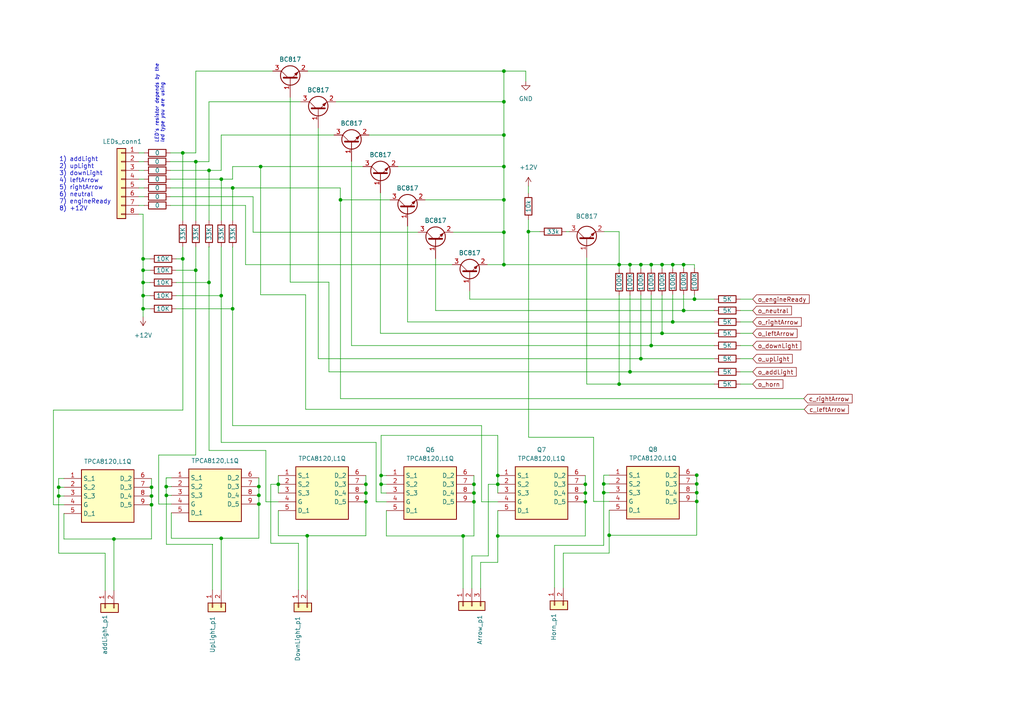
<source format=kicad_sch>
(kicad_sch (version 20230121) (generator eeschema)
  (paper "A4")
  (lib_symbols
    (symbol "Connector_Generic:Conn_01x02" (pin_names (offset 1.016) hide)
      (property "Reference" "J" (at 0 2.54 0))
      (property "Value" "Conn_01x02" (at 0 -5.08 0))
      (symbol "Conn_01x02_1_1"
        (rectangle (start -1.27 -2.413) (end 0 -2.667) (stroke (width 0.1524)))
        (rectangle (start -1.27 0.127) (end 0 -0.127) (stroke (width 0.1524)))
        (rectangle (start -1.27 1.27) (end 1.27 -3.81) (stroke (width 0.254)) (fill (type background)))
        (pin passive line (at -5.08 0 0) (length 3.81) (name "Pin_1") (number "1"))
        (pin passive line (at -5.08 -2.54 0) (length 3.81) (name "Pin_2") (number "2"))
      )
    )
    (symbol "Connector_Generic:Conn_01x03" (pin_names (offset 1.016) hide)
      (property "Reference" "J" (at 0 5.08 0))
      (property "Value" "Conn_01x03" (at 0 -5.08 0))
      (symbol "Conn_01x03_1_1"
        (rectangle (start -1.27 -2.413) (end 0 -2.667) (stroke (width 0.1524)))
        (rectangle (start -1.27 0.127) (end 0 -0.127) (stroke (width 0.1524)))
        (rectangle (start -1.27 2.667) (end 0 2.413) (stroke (width 0.1524)))
        (rectangle (start -1.27 3.81) (end 1.27 -3.81) (stroke (width 0.254)) (fill (type background)))
        (pin passive line (at -5.08 2.54 0) (length 3.81) (name "Pin_1") (number "1"))
        (pin passive line (at -5.08 0 0) (length 3.81) (name "Pin_2") (number "2"))
        (pin passive line (at -5.08 -2.54 0) (length 3.81) (name "Pin_3") (number "3"))
      )
    )
    (symbol "Connector_Generic:Conn_01x08" (pin_names (offset 1.016) hide)
      (property "Reference" "J" (at 0 10.16 0))
      (property "Value" "Conn_01x08" (at 0 -12.7 0))
      (symbol "Conn_01x08_1_1"
        (rectangle (start -1.27 -10.033) (end 0 -10.287) (stroke (width 0.1524)))
        (rectangle (start -1.27 -7.493) (end 0 -7.747) (stroke (width 0.1524)))
        (rectangle (start -1.27 -4.953) (end 0 -5.207) (stroke (width 0.1524)))
        (rectangle (start -1.27 -2.413) (end 0 -2.667) (stroke (width 0.1524)))
        (rectangle (start -1.27 0.127) (end 0 -0.127) (stroke (width 0.1524)))
        (rectangle (start -1.27 2.667) (end 0 2.413) (stroke (width 0.1524)))
        (rectangle (start -1.27 5.207) (end 0 4.953) (stroke (width 0.1524)))
        (rectangle (start -1.27 7.747) (end 0 7.493) (stroke (width 0.1524)))
        (rectangle (start -1.27 8.89) (end 1.27 -11.43) (stroke (width 0.254)) (fill (type background)))
        (pin passive line (at -5.08 7.62 0) (length 3.81) (name "Pin_1") (number "1"))
        (pin passive line (at -5.08 5.08 0) (length 3.81) (name "Pin_2") (number "2"))
        (pin passive line (at -5.08 2.54 0) (length 3.81) (name "Pin_3") (number "3"))
        (pin passive line (at -5.08 0 0) (length 3.81) (name "Pin_4") (number "4"))
        (pin passive line (at -5.08 -2.54 0) (length 3.81) (name "Pin_5") (number "5"))
        (pin passive line (at -5.08 -5.08 0) (length 3.81) (name "Pin_6") (number "6"))
        (pin passive line (at -5.08 -7.62 0) (length 3.81) (name "Pin_7") (number "7"))
        (pin passive line (at -5.08 -10.16 0) (length 3.81) (name "Pin_8") (number "8"))
      )
    )
    (symbol "Device:R" (pin_numbers hide) (pin_names (offset 0))
      (property "Reference" "R" (at 2.032 0 90))
      (property "Value" "R" (at 0 0 90))
      (symbol "R_0_1"
        (rectangle (start -1.016 -2.54) (end 1.016 2.54) (stroke (width 0.254)))
      )
      (symbol "R_1_1"
        (pin passive line (at 0 3.81 270) (length 1.27) (name "~") (number "1"))
        (pin passive line (at 0 -3.81 90) (length 1.27) (name "~") (number "2"))
      )
    )
    (symbol "TPCA8120-LQ:TPCA8120,L1Q"
      (property "Reference" "Q" (at 21.59 7.62 0))
      (property "Value" "TPCA8120,L1Q" (at 21.59 5.08 0))
      (symbol "TPCA8120,L1Q_1_1"
        (rectangle (start 5.08 2.54) (end 20.32 -12.7) (stroke (width 0.254)) (fill (type background)))
        (pin passive line (at 0 0 0) (length 5.08) (name "S_1") (number "1"))
        (pin passive line (at 0 -2.54 0) (length 5.08) (name "S_2") (number "2"))
        (pin passive line (at 0 -5.08 0) (length 5.08) (name "S_3") (number "3"))
        (pin passive line (at 0 -7.62 0) (length 5.08) (name "G") (number "4"))
        (pin passive line (at 0 -10.16 0) (length 5.08) (name "D_1") (number "5"))
        (pin passive line (at 25.4 0 180) (length 5.08) (name "D_2") (number "6"))
        (pin passive line (at 25.4 -2.54 180) (length 5.08) (name "D_3") (number "7"))
        (pin passive line (at 25.4 -5.08 180) (length 5.08) (name "D_4") (number "8"))
        (pin passive line (at 25.4 -7.62 180) (length 5.08) (name "D_5") (number "9"))
      )
    )
    (symbol "Transistor_BJT:BC817" (pin_names (offset 0) hide)
      (property "Reference" "Q" (at 5.08 1.905 0))
      (property "Value" "BC817" (at 5.08 0 0))
      (symbol "BC817_0_1"
        (polyline (pts (xy 0.635 0.635) (xy 2.54 2.54)))
        (polyline (pts (xy 0.635 -0.635) (xy 2.54 -2.54) (xy 2.54 -2.54)))
        (polyline (pts (xy 0.635 1.905) (xy 0.635 -1.905) (xy 0.635 -1.905)) (stroke (width 0.508)))
        (polyline (pts (xy 1.27 -1.778) (xy 1.778 -1.27) (xy 2.286 -2.286) (xy 1.27 -1.778) (xy 1.27 -1.778)) (fill (type outline)))
        (circle (center 1.27 0) (radius 2.8194) (stroke (width 0.254)))
      )
      (symbol "BC817_1_1"
        (pin input line (at -5.08 0 0) (length 5.715) (name "B") (number "1"))
        (pin passive line (at 2.54 -5.08 90) (length 2.54) (name "E") (number "2"))
        (pin passive line (at 2.54 5.08 270) (length 2.54) (name "C") (number "3"))
      )
    )
    (symbol "power:+12V" (power) (pin_names (offset 0))
      (property "Value" "+12V" (at 0 3.556 0))
      (symbol "+12V_0_1"
        (polyline (pts (xy -0.762 1.27) (xy 0 2.54)))
        (polyline (pts (xy 0 0) (xy 0 2.54)))
        (polyline (pts (xy 0 2.54) (xy 0.762 1.27)))
      )
      (symbol "+12V_1_1"
        (pin power_in line (at 0 0 90) (length 0) hide (name "+12V") (number "1"))
      )
    )
    (symbol "power:GND" (power) (pin_names (offset 0))
      (property "Value" "GND" (at 0 -3.81 0))
      (symbol "GND_0_1"
        (polyline (pts (xy 0 0) (xy 0 -1.27) (xy 1.27 -1.27) (xy 0 -2.54) (xy -1.27 -1.27) (xy 0 -1.27)))
      )
      (symbol "GND_1_1"
        (pin power_in line (at 0 0 270) (length 0) hide (name "GND") (number "1"))
      )
    )
  )
  (junction (at 146.1516 76.7588))
  (junction (at 41.5036 81.9404))
  (junction (at 75.0824 141.1224))
  (junction (at 146.1516 48.3108))
  (junction (at 48.2092 141.1478))
  (junction (at 110.5408 137.922))
  (junction (at 198.2724 90.0684))
  (junction (at 75.5904 48.3108))
  (junction (at 188.8744 100.2284))
  (junction (at 67.4878 54.5084))
  (junction (at 89.1032 155.3972))
  (junction (at 43.942 143.8656))
  (junction (at 53.0098 44.3484))
  (junction (at 137.4648 145.542))
  (junction (at 198.2724 76.7588))
  (junction (at 17.018 143.8656))
  (junction (at 195.1228 76.7588))
  (junction (at 48.26 143.6878))
  (junction (at 144.3736 140.462))
  (junction (at 176.6824 155.2448))
  (junction (at 146.1516 67.3608))
  (junction (at 137.4648 140.462))
  (junction (at 146.1516 57.9628))
  (junction (at 192.024 96.6724))
  (junction (at 202.0824 145.4404))
  (junction (at 202.0824 142.9004))
  (junction (at 175.1076 140.3604))
  (junction (at 202.0824 137.8204))
  (junction (at 64.1604 85.7504))
  (junction (at 182.7276 76.7588))
  (junction (at 75.0824 143.6624))
  (junction (at 169.7736 145.542))
  (junction (at 33.0454 156.337))
  (junction (at 64.1604 156.1338))
  (junction (at 169.7736 140.462))
  (junction (at 41.5036 78.3844))
  (junction (at 146.1516 39.1668))
  (junction (at 75.0824 146.2024))
  (junction (at 106.1212 145.542))
  (junction (at 60.6044 81.915))
  (junction (at 144.3736 137.922))
  (junction (at 201.422 86.7664))
  (junction (at 64.1858 51.9684))
  (junction (at 41.5036 75.0824))
  (junction (at 60.6298 49.4284))
  (junction (at 202.0824 140.3604))
  (junction (at 195.1228 93.3704))
  (junction (at 134.3152 155.448))
  (junction (at 153.2636 67.183))
  (junction (at 146.1516 20.6248))
  (junction (at 43.942 141.3256))
  (junction (at 17.018 141.3256))
  (junction (at 106.1212 140.462))
  (junction (at 98.7552 57.9628))
  (junction (at 179.578 111.4044))
  (junction (at 67.4624 89.5604))
  (junction (at 137.4648 143.002))
  (junction (at 182.7276 107.8484))
  (junction (at 41.5036 85.7504))
  (junction (at 56.7944 46.8884))
  (junction (at 175.1076 142.9004))
  (junction (at 106.1212 143.002))
  (junction (at 185.8772 104.0384))
  (junction (at 43.942 146.4056))
  (junction (at 53.0098 75.0824))
  (junction (at 41.5036 89.5604))
  (junction (at 80.7212 140.462))
  (junction (at 192.024 76.7588))
  (junction (at 188.8744 76.7588))
  (junction (at 146.1516 29.5148))
  (junction (at 56.769 78.3844))
  (junction (at 144.3736 155.448))
  (junction (at 169.7736 143.002))
  (junction (at 185.8772 76.7588))
  (junction (at 110.5408 140.462))
  (junction (at 179.578 76.7588))
  (wire (pts (xy 144.3228 155.448) (xy 144.3736 155.448)))
  (wire (pts (xy 60.6044 46.8884) (xy 60.6044 29.5148)))
  (wire (pts (xy 97.3836 29.5148) (xy 146.1516 29.5148)))
  (wire (pts (xy 56.7944 46.8884) (xy 60.6044 46.8884)))
  (wire (pts (xy 146.1516 67.3608) (xy 146.1516 76.7588)))
  (wire (pts (xy 110.5154 137.922) (xy 110.5154 140.462)))
  (wire (pts (xy 40.2844 59.5884) (xy 41.8084 59.5884)))
  (wire (pts (xy 153.2636 63.6524) (xy 153.2636 67.183)))
  (wire (pts (xy 89.1032 155.3972) (xy 89.1032 171.0944)))
  (wire (pts (xy 110.5408 126.2888) (xy 144.3736 126.2888)))
  (wire (pts (xy 60.6298 49.4284) (xy 60.6298 63.9826)))
  (wire (pts (xy 43.942 143.8656) (xy 43.942 146.4056)))
  (wire (pts (xy 75.0824 156.1084) (xy 75.0824 146.2024)))
  (wire (pts (xy 60.6298 49.4284) (xy 64.1604 49.4284)))
  (wire (pts (xy 40.2844 54.5084) (xy 41.8084 54.5084)))
  (wire (pts (xy 131.4196 67.3608) (xy 146.1516 67.3608)))
  (wire (pts (xy 175.1076 137.8204) (xy 176.6824 137.8204)))
  (wire (pts (xy 182.7276 76.7588) (xy 182.7276 77.978)))
  (wire (pts (xy 75.0824 138.5824) (xy 75.0824 141.1224)))
  (wire (pts (xy 214.757 104.0384) (xy 218.313 104.0384)))
  (wire (pts (xy 41.5036 89.5604) (xy 41.5036 91.9226)))
  (wire (pts (xy 198.2724 76.7588) (xy 195.1228 76.7588)))
  (wire (pts (xy 144.3228 155.3972) (xy 144.3228 155.448)))
  (wire (pts (xy 144.3736 155.448) (xy 169.7736 155.448)))
  (wire (pts (xy 170.18 111.4044) (xy 179.578 111.4044)))
  (wire (pts (xy 40.2844 44.3484) (xy 41.8084 44.3484)))
  (wire (pts (xy 110.5408 137.922) (xy 112.0648 137.922)))
  (wire (pts (xy 98.7044 54.5084) (xy 98.7044 57.9628)))
  (wire (pts (xy 67.4878 54.5084) (xy 98.7044 54.5084)))
  (wire (pts (xy 48.2092 141.1478) (xy 49.6824 141.1478)))
  (wire (pts (xy 95.4024 81.8388) (xy 95.4024 107.8484)))
  (wire (pts (xy 71.2216 59.5884) (xy 71.2216 76.7588)))
  (wire (pts (xy 48.1838 141.1478) (xy 48.2092 141.1478)))
  (wire (pts (xy 60.6298 71.6026) (xy 60.6298 71.6534)))
  (wire (pts (xy 176.6824 160.4264) (xy 163.3728 160.4264)))
  (wire (pts (xy 118.2116 93.3704) (xy 118.2116 65.5828)))
  (wire (pts (xy 192.024 96.6724) (xy 110.3376 96.6724)))
  (wire (pts (xy 146.1516 39.1668) (xy 146.1516 48.3108)))
  (wire (pts (xy 46.0248 131.9784) (xy 46.0248 146.2024)))
  (wire (pts (xy 88.646 85.4964) (xy 75.5904 85.4964)))
  (wire (pts (xy 153.3144 67.2084) (xy 153.3144 126.8222)))
  (wire (pts (xy 144.3736 163.1188) (xy 144.3736 155.448)))
  (wire (pts (xy 64.1858 71.6788) (xy 64.1604 71.6788)))
  (wire (pts (xy 51.1048 85.7504) (xy 64.1604 85.7504)))
  (wire (pts (xy 201.422 85.4456) (xy 201.422 86.7664)))
  (wire (pts (xy 214.757 93.3704) (xy 218.313 93.3704)))
  (wire (pts (xy 137.4648 145.542) (xy 137.4648 155.448)))
  (wire (pts (xy 80.7212 155.3972) (xy 89.1032 155.3972)))
  (wire (pts (xy 175.1076 140.3604) (xy 176.6824 140.3604)))
  (wire (pts (xy 106.1212 145.542) (xy 106.1212 155.3972)))
  (wire (pts (xy 41.5036 85.7504) (xy 41.5036 89.5604)))
  (wire (pts (xy 40.2844 62.1284) (xy 41.5036 62.1284)))
  (wire (pts (xy 48.26 143.6878) (xy 48.2092 143.6878)))
  (wire (pts (xy 195.1228 93.3704) (xy 207.137 93.3704)))
  (wire (pts (xy 202.0824 155.2448) (xy 202.0824 145.4404)))
  (wire (pts (xy 146.1516 57.9628) (xy 146.1516 67.3608)))
  (wire (pts (xy 49.4284 49.4284) (xy 60.6298 49.4284)))
  (wire (pts (xy 198.2724 90.0684) (xy 126.3396 90.0684)))
  (wire (pts (xy 172.1612 145.4404) (xy 176.6824 145.4404)))
  (wire (pts (xy 64.1604 128.3208) (xy 109.093 128.3208)))
  (wire (pts (xy 49.6824 143.6878) (xy 49.6824 143.6624)))
  (wire (pts (xy 51.1048 78.3844) (xy 56.769 78.3844)))
  (wire (pts (xy 17.018 143.8656) (xy 18.542 143.8656)))
  (wire (pts (xy 131.1656 76.7588) (xy 71.2216 76.7588)))
  (wire (pts (xy 146.1516 76.7588) (xy 179.578 76.7588)))
  (wire (pts (xy 179.578 76.7588) (xy 182.7276 76.7588)))
  (wire (pts (xy 67.4624 123.444) (xy 139.6746 123.444)))
  (wire (pts (xy 106.1212 137.922) (xy 106.1212 140.462)))
  (wire (pts (xy 201.422 86.7664) (xy 207.137 86.7664)))
  (wire (pts (xy 182.7276 107.8484) (xy 207.137 107.8484)))
  (wire (pts (xy 64.1604 39.1668) (xy 96.8756 39.1668)))
  (wire (pts (xy 153.2636 67.2084) (xy 153.2636 67.183)))
  (wire (pts (xy 16.9926 138.7856) (xy 18.542 138.7856)))
  (wire (pts (xy 30.5054 160.4518) (xy 30.5054 171.2722)))
  (wire (pts (xy 49.4284 54.5084) (xy 67.4878 54.5084)))
  (wire (pts (xy 153.3144 126.8222) (xy 172.1612 126.8222)))
  (wire (pts (xy 64.1858 71.6026) (xy 64.1858 71.6788)))
  (wire (pts (xy 144.3736 140.462) (xy 141.6304 140.462)))
  (wire (pts (xy 53.0098 44.3484) (xy 53.0098 63.9826)))
  (wire (pts (xy 61.6712 157.8864) (xy 61.6712 157.9372)))
  (wire (pts (xy 61.6712 157.9372) (xy 61.6204 157.9372)))
  (wire (pts (xy 80.7212 140.462) (xy 80.7212 143.002)))
  (wire (pts (xy 60.6044 71.6534) (xy 60.6044 81.915)))
  (wire (pts (xy 126.3396 74.9808) (xy 126.3396 90.0684)))
  (wire (pts (xy 16.9926 138.7856) (xy 16.9926 141.3256)))
  (wire (pts (xy 164.211 67.183) (xy 165.1 67.183)))
  (wire (pts (xy 41.5036 81.9404) (xy 41.5036 85.7504)))
  (wire (pts (xy 80.7212 140.462) (xy 78.5368 140.462)))
  (wire (pts (xy 201.422 86.7664) (xy 136.2456 86.7664)))
  (wire (pts (xy 17.018 143.8656) (xy 17.018 160.4518)))
  (wire (pts (xy 172.1612 126.8222) (xy 172.1612 145.4404)))
  (wire (pts (xy 188.8744 85.598) (xy 188.8744 100.2284)))
  (wire (pts (xy 139.3952 170.688) (xy 139.3952 163.1188)))
  (wire (pts (xy 144.3736 126.2888) (xy 144.3736 137.922)))
  (wire (pts (xy 48.26 157.8864) (xy 61.6712 157.8864)))
  (wire (pts (xy 198.2724 85.4456) (xy 198.2724 90.0684)))
  (wire (pts (xy 146.1516 20.6248) (xy 152.5016 20.6248)))
  (wire (pts (xy 201.422 76.7588) (xy 198.2724 76.7588)))
  (wire (pts (xy 144.3228 155.3972) (xy 144.3736 155.3972)))
  (wire (pts (xy 18.542 148.9456) (xy 18.542 156.337)))
  (wire (pts (xy 77.1144 145.5166) (xy 77.1652 145.5166)))
  (wire (pts (xy 92.3036 104.0384) (xy 92.3036 37.1348)))
  (wire (pts (xy 64.1604 49.4284) (xy 64.1604 39.1668)))
  (wire (pts (xy 64.1604 156.1338) (xy 64.1604 171.0944)))
  (wire (pts (xy 49.4284 51.9684) (xy 64.1858 51.9684)))
  (wire (pts (xy 53.0352 118.9482) (xy 15.494 118.9482)))
  (wire (pts (xy 80.7212 137.922) (xy 80.7212 140.462)))
  (wire (pts (xy 18.542 156.337) (xy 33.0454 156.337)))
  (wire (pts (xy 176.6824 155.2448) (xy 202.0824 155.2448)))
  (wire (pts (xy 73.406 67.3608) (xy 121.2596 67.3608)))
  (wire (pts (xy 192.024 96.6724) (xy 207.137 96.6724)))
  (wire (pts (xy 139.6746 145.542) (xy 139.6746 123.444)))
  (wire (pts (xy 192.024 76.7588) (xy 188.8744 76.7588)))
  (wire (pts (xy 80.7212 155.3972) (xy 80.7212 148.082)))
  (wire (pts (xy 202.0824 137.7696) (xy 202.0824 137.8204)))
  (wire (pts (xy 144.3736 137.922) (xy 144.3736 140.462)))
  (wire (pts (xy 153.2636 53.975) (xy 153.2636 56.0324)))
  (wire (pts (xy 109.093 128.3208) (xy 109.093 145.542)))
  (wire (pts (xy 110.5408 143.002) (xy 112.0648 143.002)))
  (wire (pts (xy 202.0824 137.8204) (xy 202.0824 140.3604)))
  (wire (pts (xy 214.757 107.8484) (xy 218.313 107.8484)))
  (wire (pts (xy 88.646 118.7196) (xy 233.2482 118.7196)))
  (wire (pts (xy 46.0248 146.2024) (xy 49.6824 146.2024)))
  (wire (pts (xy 77.1652 145.542) (xy 80.7212 145.542)))
  (wire (pts (xy 185.8772 104.0384) (xy 207.137 104.0384)))
  (wire (pts (xy 41.5036 85.7504) (xy 43.4848 85.7504)))
  (wire (pts (xy 89.2556 20.6248) (xy 146.1516 20.6248)))
  (wire (pts (xy 146.1516 48.3108) (xy 146.1516 57.9628)))
  (wire (pts (xy 64.1858 156.1084) (xy 75.0824 156.1084)))
  (wire (pts (xy 41.5036 89.5604) (xy 43.4848 89.5604)))
  (wire (pts (xy 110.5154 137.922) (xy 110.5408 137.922)))
  (wire (pts (xy 40.2844 46.8884) (xy 41.7576 46.8884)))
  (wire (pts (xy 175.1076 137.8204) (xy 175.1076 140.3604)))
  (wire (pts (xy 56.769 131.9784) (xy 46.0248 131.9784)))
  (wire (pts (xy 17.018 141.3256) (xy 18.542 141.3256)))
  (wire (pts (xy 77.1144 130.6576) (xy 77.1144 145.5166)))
  (wire (pts (xy 169.7736 155.448) (xy 169.7736 145.542)))
  (wire (pts (xy 185.8772 76.7588) (xy 185.8772 77.978)))
  (wire (pts (xy 115.4176 48.3108) (xy 146.1516 48.3108)))
  (wire (pts (xy 17.018 160.4518) (xy 30.5054 160.4518)))
  (wire (pts (xy 179.578 111.4044) (xy 207.137 111.4044)))
  (wire (pts (xy 214.757 86.7664) (xy 218.313 86.7664)))
  (wire (pts (xy 198.2724 76.7588) (xy 198.2724 77.8256)))
  (wire (pts (xy 202.0824 140.3604) (xy 202.0824 142.9004)))
  (wire (pts (xy 163.3728 160.4264) (xy 163.3728 170.4848)))
  (wire (pts (xy 112.0648 155.448) (xy 134.3152 155.448)))
  (wire (pts (xy 67.4624 89.5604) (xy 67.4624 123.444)))
  (wire (pts (xy 75.0824 143.6624) (xy 75.0824 146.2024)))
  (wire (pts (xy 195.1228 76.7588) (xy 195.1228 77.8764)))
  (wire (pts (xy 60.6298 71.6534) (xy 60.6044 71.6534)))
  (wire (pts (xy 64.1604 71.6788) (xy 64.1604 85.7504)))
  (wire (pts (xy 43.942 141.3256) (xy 43.942 143.8656)))
  (wire (pts (xy 77.1652 145.5166) (xy 77.1652 145.542)))
  (wire (pts (xy 41.5036 75.0824) (xy 41.5036 78.3844)))
  (wire (pts (xy 153.2636 67.183) (xy 156.591 67.183)))
  (wire (pts (xy 56.7944 20.6248) (xy 79.0956 20.6248)))
  (wire (pts (xy 49.6824 148.7424) (xy 49.6824 156.1338)))
  (wire (pts (xy 176.6824 155.2448) (xy 176.6824 147.9804)))
  (wire (pts (xy 195.1228 93.3704) (xy 118.2116 93.3704)))
  (wire (pts (xy 48.26 143.6878) (xy 48.26 157.8864)))
  (wire (pts (xy 75.5904 48.3108) (xy 105.2576 48.3108)))
  (wire (pts (xy 98.7552 57.9628) (xy 98.7044 57.9628)))
  (wire (pts (xy 106.1212 143.002) (xy 106.1212 145.542)))
  (wire (pts (xy 137.4648 143.002) (xy 137.4648 145.542)))
  (wire (pts (xy 141.6304 161.2392) (xy 136.8552 161.2392)))
  (wire (pts (xy 56.7944 46.8884) (xy 56.7944 64.008)))
  (wire (pts (xy 214.757 90.0684) (xy 218.313 90.0684)))
  (wire (pts (xy 139.3952 163.1188) (xy 144.3736 163.1188)))
  (wire (pts (xy 144.3736 145.542) (xy 139.6746 145.542)))
  (wire (pts (xy 56.7944 44.3484) (xy 56.7944 20.6248)))
  (wire (pts (xy 64.1858 156.1338) (xy 64.1858 156.1084)))
  (wire (pts (xy 43.942 156.3116) (xy 43.942 146.4056)))
  (wire (pts (xy 60.6044 81.915) (xy 60.6044 81.9404)))
  (wire (pts (xy 15.494 146.4056) (xy 18.542 146.4056)))
  (wire (pts (xy 175.26 67.183) (xy 179.578 67.183)))
  (wire (pts (xy 67.4878 71.6026) (xy 67.4878 71.7042)))
  (wire (pts (xy 141.3256 76.7588) (xy 146.1516 76.7588)))
  (wire (pts (xy 134.3152 155.448) (xy 137.4648 155.448)))
  (wire (pts (xy 60.6044 29.5148) (xy 87.2236 29.5148)))
  (wire (pts (xy 33.0454 156.3116) (xy 43.942 156.3116)))
  (wire (pts (xy 61.6204 157.9372) (xy 61.6204 171.0944)))
  (wire (pts (xy 41.5036 81.9404) (xy 43.4848 81.9404)))
  (wire (pts (xy 56.769 78.3844) (xy 56.769 131.9784)))
  (wire (pts (xy 78.5368 140.462) (xy 78.5368 157.5816)))
  (wire (pts (xy 98.7552 115.6208) (xy 233.1212 115.6208)))
  (wire (pts (xy 123.2916 57.9628) (xy 146.1516 57.9628)))
  (wire (pts (xy 201.422 77.8256) (xy 201.422 76.7588)))
  (wire (pts (xy 33.0454 156.337) (xy 33.0454 171.2722)))
  (wire (pts (xy 56.7944 71.628) (xy 56.7944 78.3844)))
  (wire (pts (xy 110.5154 140.462) (xy 110.5408 140.462)))
  (wire (pts (xy 188.8744 76.7588) (xy 185.8772 76.7588)))
  (wire (pts (xy 48.387 138.5824) (xy 49.6824 138.5824)))
  (wire (pts (xy 98.7552 57.9628) (xy 113.1316 57.9628)))
  (wire (pts (xy 175.1076 142.9004) (xy 175.1076 158.1912)))
  (wire (pts (xy 101.9556 100.2284) (xy 188.8744 100.2284)))
  (wire (pts (xy 110.5408 140.462) (xy 110.5408 143.002)))
  (wire (pts (xy 49.4284 44.3484) (xy 53.0098 44.3484)))
  (wire (pts (xy 73.406 57.0484) (xy 73.406 67.3608)))
  (wire (pts (xy 144.3736 155.3972) (xy 144.3736 148.082)))
  (wire (pts (xy 146.1516 20.6248) (xy 146.1516 29.5148)))
  (wire (pts (xy 109.093 145.542) (xy 112.0648 145.542)))
  (wire (pts (xy 214.757 111.4044) (xy 218.313 111.4044)))
  (wire (pts (xy 175.1076 158.1912) (xy 160.8328 158.1912)))
  (wire (pts (xy 53.0352 75.0824) (xy 53.0352 118.9482)))
  (wire (pts (xy 179.578 85.6488) (xy 179.578 111.4044)))
  (wire (pts (xy 185.8772 104.0384) (xy 92.3036 104.0384)))
  (wire (pts (xy 110.3376 96.6724) (xy 110.3376 55.9308)))
  (wire (pts (xy 56.769 78.3844) (xy 56.7944 78.3844)))
  (wire (pts (xy 84.1756 81.8388) (xy 84.1756 28.2448)))
  (wire (pts (xy 89.1032 155.3972) (xy 106.1212 155.3972)))
  (wire (pts (xy 160.8328 158.1912) (xy 160.8328 170.4848)))
  (wire (pts (xy 49.4284 59.5884) (xy 71.2216 59.5884)))
  (wire (pts (xy 49.3776 46.8884) (xy 56.7944 46.8884)))
  (wire (pts (xy 136.8552 161.2392) (xy 136.8552 170.688)))
  (wire (pts (xy 64.1604 85.7504) (xy 64.1604 128.3208)))
  (wire (pts (xy 169.7736 137.922) (xy 169.7736 140.462)))
  (wire (pts (xy 51.1048 75.0824) (xy 53.0098 75.0824)))
  (wire (pts (xy 60.6298 81.915) (xy 60.6044 81.915)))
  (wire (pts (xy 40.2844 51.9684) (xy 41.8084 51.9684)))
  (wire (pts (xy 51.1048 81.9404) (xy 60.6044 81.9404)))
  (wire (pts (xy 64.1604 156.1338) (xy 64.1858 156.1338)))
  (wire (pts (xy 67.4878 71.7042) (xy 67.4624 71.7042)))
  (wire (pts (xy 107.0356 39.1668) (xy 146.1516 39.1668)))
  (wire (pts (xy 88.646 85.4964) (xy 88.646 118.7196)))
  (wire (pts (xy 98.7552 57.9628) (xy 98.7552 115.6208)))
  (wire (pts (xy 110.5408 140.462) (xy 112.0648 140.462)))
  (wire (pts (xy 64.1858 51.9684) (xy 67.4624 51.9684)))
  (wire (pts (xy 185.8772 85.598) (xy 185.8772 104.0384)))
  (wire (pts (xy 188.8744 76.7588) (xy 188.8744 77.978)))
  (wire (pts (xy 192.024 85.598) (xy 192.024 96.6724)))
  (wire (pts (xy 101.9556 100.2284) (xy 101.9556 46.7868)))
  (wire (pts (xy 17.018 141.3256) (xy 17.018 143.8656)))
  (wire (pts (xy 141.6304 140.462) (xy 141.6304 161.2392)))
  (wire (pts (xy 15.494 118.9482) (xy 15.494 146.4056)))
  (wire (pts (xy 175.1076 142.9004) (xy 176.6824 142.9004)))
  (wire (pts (xy 51.1048 89.5604) (xy 67.4624 89.5604)))
  (wire (pts (xy 40.2844 49.4284) (xy 41.8084 49.4284)))
  (wire (pts (xy 195.1228 85.4964) (xy 195.1228 93.3704)))
  (wire (pts (xy 67.4878 54.5084) (xy 67.4878 63.9826)))
  (wire (pts (xy 146.1516 29.5148) (xy 146.1516 39.1668)))
  (wire (pts (xy 41.5036 78.3844) (xy 43.4848 78.3844)))
  (wire (pts (xy 48.2092 141.1478) (xy 48.2092 143.6878)))
  (wire (pts (xy 60.6298 81.915) (xy 60.6298 130.6576)))
  (wire (pts (xy 40.2844 57.0484) (xy 41.8084 57.0484)))
  (wire (pts (xy 153.3144 67.2084) (xy 153.2636 67.2084)))
  (wire (pts (xy 48.1838 138.6078) (xy 48.1838 141.1478)))
  (wire (pts (xy 192.024 76.7588) (xy 192.024 77.978)))
  (wire (pts (xy 67.4624 71.7042) (xy 67.4624 89.5604)))
  (wire (pts (xy 86.5632 157.5816) (xy 86.5632 171.0944)))
  (wire (pts (xy 185.8772 76.7588) (xy 182.7276 76.7588)))
  (wire (pts (xy 137.4648 140.462) (xy 137.4648 143.002)))
  (wire (pts (xy 41.5036 78.3844) (xy 41.5036 81.9404)))
  (wire (pts (xy 75.5904 85.4964) (xy 75.5904 48.3108)))
  (wire (pts (xy 53.0098 71.6026) (xy 53.0098 75.0824)))
  (wire (pts (xy 60.6298 130.6576) (xy 77.1144 130.6576)))
  (wire (pts (xy 202.0824 142.9004) (xy 202.0824 145.4404)))
  (wire (pts (xy 182.7276 107.8484) (xy 95.4024 107.8484)))
  (wire (pts (xy 137.4648 137.922) (xy 137.4648 140.462)))
  (wire (pts (xy 67.4624 48.3108) (xy 75.5904 48.3108)))
  (wire (pts (xy 214.757 96.6724) (xy 218.313 96.6724)))
  (wire (pts (xy 53.0098 44.3484) (xy 56.7944 44.3484)))
  (wire (pts (xy 16.9926 141.3256) (xy 17.018 141.3256)))
  (wire (pts (xy 53.0352 75.0824) (xy 53.0098 75.0824)))
  (wire (pts (xy 41.5036 75.0824) (xy 43.4848 75.0824)))
  (wire (pts (xy 49.6824 141.1478) (xy 49.6824 141.1224)))
  (wire (pts (xy 75.0824 141.1224) (xy 75.0824 143.6624)))
  (wire (pts (xy 43.942 138.7856) (xy 43.942 141.3256)))
  (wire (pts (xy 110.5408 137.922) (xy 110.5408 126.2888)))
  (wire (pts (xy 179.578 67.183) (xy 179.578 76.7588)))
  (wire (pts (xy 169.7736 143.002) (xy 169.7736 145.542)))
  (wire (pts (xy 48.26 143.6878) (xy 49.6824 143.6878)))
  (wire (pts (xy 182.7276 85.598) (xy 182.7276 107.8484)))
  (wire (pts (xy 78.5368 157.5816) (xy 86.5632 157.5816)))
  (wire (pts (xy 48.387 138.6078) (xy 48.387 138.5824)))
  (wire (pts (xy 175.1076 140.3604) (xy 175.1076 142.9004)))
  (wire (pts (xy 136.2456 86.7664) (xy 136.2456 84.3788)))
  (wire (pts (xy 198.2724 90.0684) (xy 207.137 90.0684)))
  (wire (pts (xy 169.7736 140.462) (xy 169.7736 143.002)))
  (wire (pts (xy 33.0454 156.337) (xy 33.0454 156.3116)))
  (wire (pts (xy 112.0648 148.082) (xy 112.0648 155.448)))
  (wire (pts (xy 179.578 76.7588) (xy 179.578 78.0288)))
  (wire (pts (xy 41.5036 62.1284) (xy 41.5036 75.0824)))
  (wire (pts (xy 188.8744 100.2284) (xy 207.137 100.2284)))
  (wire (pts (xy 95.4024 81.8388) (xy 84.1756 81.8388)))
  (wire (pts (xy 67.4624 48.3108) (xy 67.4624 51.9684)))
  (wire (pts (xy 64.1858 51.9684) (xy 64.1858 63.9826)))
  (wire (pts (xy 176.6824 155.2448) (xy 176.6824 160.4264)))
  (wire (pts (xy 170.18 74.803) (xy 170.18 111.4044)))
  (wire (pts (xy 49.6824 156.1338) (xy 64.1604 156.1338)))
  (wire (pts (xy 152.5016 20.6248) (xy 152.5016 23.5712)))
  (wire (pts (xy 144.3736 140.462) (xy 144.3736 143.002)))
  (wire (pts (xy 134.3152 155.448) (xy 134.3152 170.688)))
  (wire (pts (xy 49.4284 57.0484) (xy 73.406 57.0484)))
  (wire (pts (xy 195.1228 76.7588) (xy 192.024 76.7588)))
  (wire (pts (xy 214.757 100.2284) (xy 218.313 100.2284)))
  (wire (pts (xy 106.1212 140.462) (xy 106.1212 143.002)))
  (wire (pts (xy 48.1838 138.6078) (xy 48.387 138.6078)))
  (text "LED's resistor depends by the\nled type you are using" (at 47.7012 41.5544 90) (effects (font (size 1 1) italic) (justify left bottom)))
  (text "1) addLight\n2) upLight\n3) downLight\n4) leftArrow\n5) rightArrow\n6) neutral\n7) engineReady\n8) +12V" (at 17.145 61.341 0) (effects (font (size 1.27 1.27)) (justify left bottom)))
  (global_label "o_engineReady" (shape input) (at 218.313 86.7664 0) (property "Intersheetrefs" "${INTERSHEET_REFS}" (effects hide)) (property "Riferimenti inter-foglio" "${INTERSHEET_REFS}" (effects hide)))
  (global_label "o_addLight" (shape input) (at 218.313 107.8484 0) (property "Intersheetrefs" "${INTERSHEET_REFS}" (effects hide)) (property "Riferimenti inter-foglio" "${INTERSHEET_REFS}" (effects hide)))
  (global_label "c_rightArrow" (shape input) (at 233.1212 115.6208 0) (property "Intersheetrefs" "${INTERSHEET_REFS}" (effects hide)) (property "Riferimenti inter-foglio" "${INTERSHEET_REFS}" (effects hide)))
  (global_label "o_horn" (shape input) (at 218.313 111.4044 0) (property "Intersheetrefs" "${INTERSHEET_REFS}" (effects hide)) (property "Riferimenti inter-foglio" "${INTERSHEET_REFS}" (effects hide)))
  (global_label "o_upLight" (shape input) (at 218.313 104.0384 0) (property "Intersheetrefs" "${INTERSHEET_REFS}" (effects hide)) (property "Riferimenti inter-foglio" "${INTERSHEET_REFS}" (effects hide)))
  (global_label "o_downLight" (shape input) (at 218.313 100.2284 0) (property "Intersheetrefs" "${INTERSHEET_REFS}" (effects hide)) (property "Riferimenti inter-foglio" "${INTERSHEET_REFS}" (effects hide)))
  (global_label "o_leftArrow" (shape input) (at 218.313 96.6724 0) (property "Intersheetrefs" "${INTERSHEET_REFS}" (effects hide)) (property "Riferimenti inter-foglio" "${INTERSHEET_REFS}" (effects hide)))
  (global_label "o_rightArrow" (shape input) (at 218.313 93.3704 0) (property "Intersheetrefs" "${INTERSHEET_REFS}" (effects hide)) (property "Riferimenti inter-foglio" "${INTERSHEET_REFS}" (effects hide)))
  (global_label "o_neutral" (shape input) (at 218.313 90.0684 0) (property "Intersheetrefs" "${INTERSHEET_REFS}" (effects hide)) (property "Riferimenti inter-foglio" "${INTERSHEET_REFS}" (effects hide)))
  (global_label "c_leftArrow" (shape input) (at 233.2482 118.7196 0) (property "Intersheetrefs" "${INTERSHEET_REFS}" (effects hide)) (property "Riferimenti inter-foglio" "${INTERSHEET_REFS}" (effects hide)))
  (symbol (lib_id "Transistor_BJT:BC817") (at 118.2116 60.5028 90) (unit 1)
    (property "Reference" "Q19" (effects hide))
    (property "Value" "BC817" (at 118.2116 54.5592 90))
    (property "Footprint" "Package_TO_SOT_SMD:SOT-23" (effects hide))
    (property "Datasheet" "https://www.onsemi.com/pub/Collateral/BC818-D.pdf" (effects hide))
  )
  (symbol (lib_id "Device:R") (at 45.6184 44.3484 270) (unit 1)
    (property "Reference" "RA1" (effects hide))
    (property "Value" "0" (at 45.6184 44.3484 90))
    (property "Footprint" "Resistor_SMD:R_1206_3216Metric" (effects hide))
  )
  (symbol (lib_id "Device:R") (at 179.578 81.8388 180) (unit 1)
    (property "Reference" "RA32" (effects hide))
    (property "Value" "100K" (at 179.578 81.8388 90))
    (property "Footprint" "Resistor_SMD:R_1206_3216Metric" (effects hide))
  )
  (symbol (lib_id "Device:R") (at 47.2948 75.0824 90) (unit 1)
    (property "Reference" "RA24" (effects hide))
    (property "Value" "10K" (at 47.2948 75.0824 90))
    (property "Footprint" "Resistor_SMD:R_1206_3216Metric" (effects hide))
  )
  (symbol (lib_id "Transistor_BJT:BC817") (at 136.2456 79.2988 90) (unit 1)
    (property "Reference" "Q21" (effects hide))
    (property "Value" "BC817" (at 136.2456 73.3552 90))
    (property "Footprint" "Package_TO_SOT_SMD:SOT-23" (effects hide))
    (property "Datasheet" "https://www.onsemi.com/pub/Collateral/BC818-D.pdf" (effects hide))
  )
  (symbol (lib_id "power:GND") (at 152.5016 23.5712 0) (unit 1)
    (property "Reference" "#PWR0104" (effects hide))
    (property "Value" "GND" (at 152.5016 28.6512 0))
  )
  (symbol (lib_id "Transistor_BJT:BC817") (at 110.3376 50.8508 90) (unit 1)
    (property "Reference" "Q15" (effects hide))
    (property "Value" "BC817" (at 110.3376 44.9072 90))
    (property "Footprint" "Package_TO_SOT_SMD:SOT-23" (effects hide))
    (property "Datasheet" "https://www.onsemi.com/pub/Collateral/BC818-D.pdf" (effects hide))
  )
  (symbol (lib_id "Device:R") (at 47.2948 81.9404 90) (unit 1)
    (property "Reference" "RA26" (effects hide))
    (property "Value" "10K" (at 47.2948 81.9404 90))
    (property "Footprint" "Resistor_SMD:R_1206_3216Metric" (effects hide))
  )
  (symbol (lib_id "TPCA8120-LQ:TPCA8120,L1Q") (at 80.7212 137.922 0) (unit 1)
    (property "Reference" "Q5" (effects hide))
    (property "Value" "TPCA8120,L1Q" (at 93.4212 132.9944 0))
    (property "Footprint" "TPCA8120:TPH4R003NLL1Q" (effects hide))
    (property "Height" "1" (effects hide))
    (property "Mouser Part Number" "757-TPCA8120L1Q" (effects hide))
    (property "Mouser Price/Stock" "https://www.mouser.co.uk/ProductDetail/Toshiba/TPCA8120L1Q?qs=B6kkDfuK7%2FD2wO%2FgucdpPg%3D%3D" (effects hide))
    (property "Manufacturer_Name" "Toshiba" (effects hide))
    (property "Manufacturer_Part_Number" "TPCA8120,L1Q" (effects hide))
  )
  (symbol (lib_id "Device:R") (at 188.8744 81.788 180) (unit 1)
    (property "Reference" "RA36" (effects hide))
    (property "Value" "100K" (at 188.8744 81.788 90))
    (property "Footprint" "Resistor_SMD:R_1206_3216Metric" (effects hide))
  )
  (symbol (lib_id "Device:R") (at 64.1858 67.7926 0) (unit 1)
    (property "Reference" "RA13" (effects hide))
    (property "Value" "33K" (at 64.1858 67.7926 90))
    (property "Footprint" "Resistor_SMD:R_1206_3216Metric" (effects hide))
  )
  (symbol (lib_id "Device:R") (at 210.947 107.8484 90) (unit 1)
    (property "Reference" "RA22" (effects hide))
    (property "Value" "5K" (at 210.947 107.8484 90))
    (property "Footprint" "Resistor_SMD:R_1206_3216Metric" (effects hide))
  )
  (symbol (lib_id "Device:R") (at 210.947 96.6724 90) (unit 1)
    (property "Reference" "RA19" (effects hide))
    (property "Value" "5K" (at 210.947 96.6724 90))
    (property "Footprint" "Resistor_SMD:R_1206_3216Metric" (effects hide))
  )
  (symbol (lib_id "TPCA8120-LQ:TPCA8120,L1Q") (at 18.542 138.7856 0) (unit 1)
    (property "Reference" "Q11" (effects hide))
    (property "Value" "TPCA8120,L1Q" (at 31.242 133.858 0))
    (property "Footprint" "TPCA8120:TPH4R003NLL1Q" (effects hide))
    (property "Height" "1" (effects hide))
    (property "Mouser Part Number" "757-TPCA8120L1Q" (effects hide))
    (property "Mouser Price/Stock" "https://www.mouser.co.uk/ProductDetail/Toshiba/TPCA8120L1Q?qs=B6kkDfuK7%2FD2wO%2FgucdpPg%3D%3D" (effects hide))
    (property "Manufacturer_Name" "Toshiba" (effects hide))
    (property "Manufacturer_Part_Number" "TPCA8120,L1Q" (effects hide))
  )
  (symbol (lib_id "Device:R") (at 47.2948 78.3844 90) (unit 1)
    (property "Reference" "RA25" (effects hide))
    (property "Value" "10K" (at 47.2948 78.3844 90))
    (property "Footprint" "Resistor_SMD:R_1206_3216Metric" (effects hide))
  )
  (symbol (lib_id "Device:R") (at 210.947 104.0384 90) (unit 1)
    (property "Reference" "RA21" (effects hide))
    (property "Value" "5K" (at 210.947 104.0384 90))
    (property "Footprint" "Resistor_SMD:R_1206_3216Metric" (effects hide))
  )
  (symbol (lib_id "power:+12V") (at 153.2636 53.975 0) (unit 1)
    (property "Reference" "#PWR01" (effects hide))
    (property "Value" "+12V" (at 153.2636 48.5394 0))
  )
  (symbol (lib_id "Device:R") (at 45.5676 46.8884 270) (unit 1)
    (property "Reference" "RA2" (effects hide))
    (property "Value" "0" (at 45.5676 46.8884 90))
    (property "Footprint" "Resistor_SMD:R_1206_3216Metric" (effects hide))
  )
  (symbol (lib_id "Connector_Generic:Conn_01x02") (at 86.5632 176.1744 90) (mirror x) (unit 1)
    (property "Reference" "DownLight_p1" (at 86.3092 178.7144 0) (effects (justify left)))
    (property "Value" "Conn_01x02" (effects hide))
    (property "Footprint" "Connector_Wire:SolderWire-1.5sqmm_1x02_P6mm_D1.7mm_OD3mm" (effects hide))
  )
  (symbol (lib_id "power:+12V") (at 41.5036 91.9226 180) (unit 1)
    (property "Reference" "#PWR0107" (effects hide))
    (property "Value" "+12V" (at 41.5036 97.2566 0))
  )
  (symbol (lib_id "Connector_Generic:Conn_01x02") (at 160.8328 175.5648 90) (mirror x) (unit 1)
    (property "Reference" "Horn_p1" (at 160.5788 177.8508 0) (effects (justify left)))
    (property "Value" "Conn_01x02" (effects hide))
    (property "Footprint" "Connector_Wire:SolderWire-1.5sqmm_1x02_P6mm_D1.7mm_OD3mm" (effects hide))
  )
  (symbol (lib_id "Connector_Generic:Conn_01x08") (at 35.2044 51.9684 0) (mirror y) (unit 1)
    (property "Reference" "LEDs_conn1" (at 35.4584 41.0464 0))
    (property "Value" "Conn_01x08" (effects hide))
    (property "Footprint" "Connector_PinHeader_2.54mm:PinHeader_1x08_P2.54mm_Vertical" (effects hide))
  )
  (symbol (lib_id "Connector_Generic:Conn_01x02") (at 61.6204 176.1744 90) (mirror x) (unit 1)
    (property "Reference" "UpLight_p1" (at 61.6204 178.7144 0) (effects (justify left)))
    (property "Value" "Conn_01x02" (effects hide))
    (property "Footprint" "Connector_Wire:SolderWire-1.5sqmm_1x02_P6mm_D1.7mm_OD3mm" (effects hide))
  )
  (symbol (lib_id "Device:R") (at 182.7276 81.788 180) (unit 1)
    (property "Reference" "RA34" (effects hide))
    (property "Value" "100K" (at 182.7276 81.788 90))
    (property "Footprint" "Resistor_SMD:R_1206_3216Metric" (effects hide))
  )
  (symbol (lib_id "Device:R") (at 67.4878 67.7926 0) (unit 1)
    (property "Reference" "RA14" (effects hide))
    (property "Value" "33K" (at 67.4878 67.7926 90))
    (property "Footprint" "Resistor_SMD:R_1206_3216Metric" (effects hide))
  )
  (symbol (lib_id "Device:R") (at 47.2948 89.5604 90) (unit 1)
    (property "Reference" "RA28" (effects hide))
    (property "Value" "10K" (at 47.2948 89.5604 90))
    (property "Footprint" "Resistor_SMD:R_1206_3216Metric" (effects hide))
  )
  (symbol (lib_id "Device:R") (at 195.1228 81.6864 180) (unit 1)
    (property "Reference" "RA38" (effects hide))
    (property "Value" "100K" (at 195.1228 81.6864 90))
    (property "Footprint" "Resistor_SMD:R_1206_3216Metric" (effects hide))
  )
  (symbol (lib_id "TPCA8120-LQ:TPCA8120,L1Q") (at 49.6824 138.5824 0) (unit 1)
    (property "Reference" "Q4" (effects hide))
    (property "Value" "TPCA8120,L1Q" (at 62.3824 133.6548 0))
    (property "Footprint" "TPCA8120:TPH4R003NLL1Q" (effects hide))
    (property "Height" "1" (effects hide))
    (property "Mouser Part Number" "757-TPCA8120L1Q" (effects hide))
    (property "Mouser Price/Stock" "https://www.mouser.co.uk/ProductDetail/Toshiba/TPCA8120L1Q?qs=B6kkDfuK7%2FD2wO%2FgucdpPg%3D%3D" (effects hide))
    (property "Manufacturer_Name" "Toshiba" (effects hide))
    (property "Manufacturer_Part_Number" "TPCA8120,L1Q" (effects hide))
  )
  (symbol (lib_id "Device:R") (at 47.2948 85.7504 90) (unit 1)
    (property "Reference" "RA27" (effects hide))
    (property "Value" "10K" (at 47.2948 85.7504 90))
    (property "Footprint" "Resistor_SMD:R_1206_3216Metric" (effects hide))
  )
  (symbol (lib_id "Device:R") (at 53.0098 67.7926 0) (unit 1)
    (property "Reference" "RA10" (effects hide))
    (property "Value" "33K" (at 53.0098 67.7926 90))
    (property "Footprint" "Resistor_SMD:R_1206_3216Metric" (effects hide))
  )
  (symbol (lib_id "Transistor_BJT:BC817") (at 92.3036 32.0548 90) (unit 1)
    (property "Reference" "Q2" (effects hide))
    (property "Value" "BC817" (at 92.3036 26.1112 90))
    (property "Footprint" "Package_TO_SOT_SMD:SOT-23" (effects hide))
    (property "Datasheet" "https://www.onsemi.com/pub/Collateral/BC818-D.pdf" (effects hide))
  )
  (symbol (lib_id "Device:R") (at 210.947 111.4044 90) (unit 1)
    (property "Reference" "RA7" (effects hide))
    (property "Value" "5K" (at 210.947 111.4044 90))
    (property "Footprint" "Resistor_SMD:R_1206_3216Metric" (effects hide))
  )
  (symbol (lib_id "Device:R") (at 210.947 93.3704 90) (unit 1)
    (property "Reference" "RA18" (effects hide))
    (property "Value" "5K" (at 210.947 93.3704 90))
    (property "Footprint" "Resistor_SMD:R_1206_3216Metric" (effects hide))
  )
  (symbol (lib_id "Transistor_BJT:BC817") (at 170.18 69.723 90) (unit 1)
    (property "Reference" "Q3" (effects hide))
    (property "Value" "BC817" (at 170.18 62.738 90))
    (property "Footprint" "Package_TO_SOT_SMD:SOT-23" (effects hide))
    (property "Datasheet" "https://www.onsemi.com/pub/Collateral/BC818-D.pdf" (effects hide))
  )
  (symbol (lib_id "Device:R") (at 45.6184 59.5884 270) (unit 1)
    (property "Reference" "RA9" (effects hide))
    (property "Value" "0" (at 45.6184 59.5884 90))
    (property "Footprint" "Resistor_SMD:R_1206_3216Metric" (effects hide))
  )
  (symbol (lib_id "Device:R") (at 210.947 100.2284 90) (unit 1)
    (property "Reference" "RA20" (effects hide))
    (property "Value" "5K" (at 210.947 100.2284 90))
    (property "Footprint" "Resistor_SMD:R_1206_3216Metric" (effects hide))
  )
  (symbol (lib_id "TPCA8120-LQ:TPCA8120,L1Q") (at 176.6824 137.8204 0) (unit 1)
    (property "Reference" "Q8" (at 189.3824 130.3528 0))
    (property "Value" "TPCA8120,L1Q" (at 189.3824 132.8928 0))
    (property "Footprint" "TPCA8120:TPH4R003NLL1Q" (effects hide))
    (property "Height" "1" (effects hide))
    (property "Mouser Part Number" "757-TPCA8120L1Q" (effects hide))
    (property "Mouser Price/Stock" "https://www.mouser.co.uk/ProductDetail/Toshiba/TPCA8120L1Q?qs=B6kkDfuK7%2FD2wO%2FgucdpPg%3D%3D" (effects hide))
    (property "Manufacturer_Name" "Toshiba" (effects hide))
    (property "Manufacturer_Part_Number" "TPCA8120,L1Q" (effects hide))
  )
  (symbol (lib_id "Device:R") (at 185.8772 81.788 180) (unit 1)
    (property "Reference" "RA35" (effects hide))
    (property "Value" "100K" (at 185.8772 81.788 90))
    (property "Footprint" "Resistor_SMD:R_1206_3216Metric" (effects hide))
  )
  (symbol (lib_id "Device:R") (at 153.2636 59.8424 180) (unit 1)
    (property "Reference" "RA42" (effects hide))
    (property "Value" "10k" (at 153.2636 59.8424 90))
    (property "Footprint" "Resistor_SMD:R_1206_3216Metric" (effects hide))
  )
  (symbol (lib_id "TPCA8120-LQ:TPCA8120,L1Q") (at 144.3736 137.922 0) (unit 1)
    (property "Reference" "Q7" (at 157.0736 130.4544 0))
    (property "Value" "TPCA8120,L1Q" (at 157.0736 132.9944 0))
    (property "Footprint" "TPCA8120:TPH4R003NLL1Q" (effects hide))
    (property "Height" "1" (effects hide))
    (property "Mouser Part Number" "757-TPCA8120L1Q" (effects hide))
    (property "Mouser Price/Stock" "https://www.mouser.co.uk/ProductDetail/Toshiba/TPCA8120L1Q?qs=B6kkDfuK7%2FD2wO%2FgucdpPg%3D%3D" (effects hide))
    (property "Manufacturer_Name" "Toshiba" (effects hide))
    (property "Manufacturer_Part_Number" "TPCA8120,L1Q" (effects hide))
  )
  (symbol (lib_id "Device:R") (at 210.947 90.0684 90) (unit 1)
    (property "Reference" "RA17" (effects hide))
    (property "Value" "5K" (at 210.947 90.0684 90))
    (property "Footprint" "Resistor_SMD:R_1206_3216Metric" (effects hide))
  )
  (symbol (lib_id "TPCA8120-LQ:TPCA8120,L1Q") (at 112.0648 137.922 0) (unit 1)
    (property "Reference" "Q6" (at 124.7648 130.4544 0))
    (property "Value" "TPCA8120,L1Q" (at 124.7648 132.9944 0))
    (property "Footprint" "TPCA8120:TPH4R003NLL1Q" (effects hide))
    (property "Height" "1" (effects hide))
    (property "Mouser Part Number" "757-TPCA8120L1Q" (effects hide))
    (property "Mouser Price/Stock" "https://www.mouser.co.uk/ProductDetail/Toshiba/TPCA8120L1Q?qs=B6kkDfuK7%2FD2wO%2FgucdpPg%3D%3D" (effects hide))
    (property "Manufacturer_Name" "Toshiba" (effects hide))
    (property "Manufacturer_Part_Number" "TPCA8120,L1Q" (effects hide))
  )
  (symbol (lib_id "Device:R") (at 192.024 81.788 180) (unit 1)
    (property "Reference" "RA37" (effects hide))
    (property "Value" "100K" (at 192.024 81.788 90))
    (property "Footprint" "Resistor_SMD:R_1206_3216Metric" (effects hide))
  )
  (symbol (lib_id "Device:R") (at 210.947 86.7664 90) (unit 1)
    (property "Reference" "RA16" (effects hide))
    (property "Value" "5K" (at 210.947 86.7664 90))
    (property "Footprint" "Resistor_SMD:R_1206_3216Metric" (effects hide))
  )
  (symbol (lib_id "Device:R") (at 45.6184 51.9684 270) (unit 1)
    (property "Reference" "RA4" (effects hide))
    (property "Value" "0" (at 45.6184 51.9684 90))
    (property "Footprint" "Resistor_SMD:R_1206_3216Metric" (effects hide))
  )
  (symbol (lib_id "Connector_Generic:Conn_01x03") (at 136.8552 175.768 90) (mirror x) (unit 1)
    (property "Reference" "Arrow_p1" (at 139.1412 178.308 0) (effects (justify left)))
    (property "Value" "Conn_01x03" (effects hide))
    (property "Footprint" "Connector_Wire:SolderWire-1.5sqmm_1x03_P6mm_D1.7mm_OD3mm" (effects hide))
  )
  (symbol (lib_id "Device:R") (at 45.6184 54.5084 270) (unit 1)
    (property "Reference" "RA5" (effects hide))
    (property "Value" "0" (at 45.6184 54.5084 90))
    (property "Footprint" "Resistor_SMD:R_1206_3216Metric" (effects hide))
  )
  (symbol (lib_id "Device:R") (at 198.2724 81.6356 180) (unit 1)
    (property "Reference" "RA39" (effects hide))
    (property "Value" "100K" (at 198.2724 81.6356 90))
    (property "Footprint" "Resistor_SMD:R_1206_3216Metric" (effects hide))
  )
  (symbol (lib_id "Device:R") (at 160.401 67.183 90) (unit 1)
    (property "Reference" "RA15" (effects hide))
    (property "Value" "33k" (at 160.401 67.183 90))
    (property "Footprint" "Resistor_SMD:R_1206_3216Metric" (effects hide))
  )
  (symbol (lib_id "Transistor_BJT:BC817") (at 84.1756 23.1648 90) (unit 1)
    (property "Reference" "Q1" (effects hide))
    (property "Value" "BC817" (at 84.1756 17.2212 90))
    (property "Footprint" "Package_TO_SOT_SMD:SOT-23" (effects hide))
    (property "Datasheet" "https://www.onsemi.com/pub/Collateral/BC818-D.pdf" (effects hide))
  )
  (symbol (lib_id "Device:R") (at 45.6184 57.0484 270) (unit 1)
    (property "Reference" "RA6" (effects hide))
    (property "Value" "0" (at 45.6184 57.0484 90))
    (property "Footprint" "Resistor_SMD:R_1206_3216Metric" (effects hide))
  )
  (symbol (lib_id "Transistor_BJT:BC817") (at 126.3396 69.9008 90) (unit 1)
    (property "Reference" "Q20" (effects hide))
    (property "Value" "BC817" (at 126.3396 63.9572 90))
    (property "Footprint" "Package_TO_SOT_SMD:SOT-23" (effects hide))
    (property "Datasheet" "https://www.onsemi.com/pub/Collateral/BC818-D.pdf" (effects hide))
  )
  (symbol (lib_id "Connector_Generic:Conn_01x02") (at 30.5054 176.3522 90) (mirror x) (unit 1)
    (property "Reference" "addLight_p1" (at 30.3784 178.2572 0) (effects (justify left)))
    (property "Value" "Conn_01x02" (effects hide))
    (property "Footprint" "Connector_Wire:SolderWire-1.5sqmm_1x02_P6mm_D1.7mm_OD3mm" (effects hide))
  )
  (symbol (lib_id "Device:R") (at 201.422 81.6356 180) (unit 1)
    (property "Reference" "RA40" (effects hide))
    (property "Value" "100K" (at 201.422 81.6356 90))
    (property "Footprint" "Resistor_SMD:R_1206_3216Metric" (effects hide))
  )
  (symbol (lib_id "Device:R") (at 45.6184 49.4284 270) (unit 1)
    (property "Reference" "RA3" (effects hide))
    (property "Value" "0" (at 45.6184 49.4284 90))
    (property "Footprint" "Resistor_SMD:R_1206_3216Metric" (effects hide))
  )
  (symbol (lib_id "Transistor_BJT:BC817") (at 101.9556 41.7068 90) (unit 1)
    (property "Reference" "Q14" (effects hide))
    (property "Value" "BC817" (at 101.9556 35.7632 90))
    (property "Footprint" "Package_TO_SOT_SMD:SOT-23" (effects hide))
    (property "Datasheet" "https://www.onsemi.com/pub/Collateral/BC818-D.pdf" (effects hide))
  )
  (symbol (lib_id "Device:R") (at 60.6298 67.7926 0) (unit 1)
    (property "Reference" "RA12" (effects hide))
    (property "Value" "33K" (at 60.6298 67.7926 90))
    (property "Footprint" "Resistor_SMD:R_1206_3216Metric" (effects hide))
  )
  (symbol (lib_id "Device:R") (at 56.7944 67.818 0) (unit 1)
    (property "Reference" "RA11" (effects hide))
    (property "Value" "33K" (at 56.7944 67.818 90))
    (property "Footprint" "Resistor_SMD:R_1206_3216Metric" (effects hide))
  )
)
</source>
